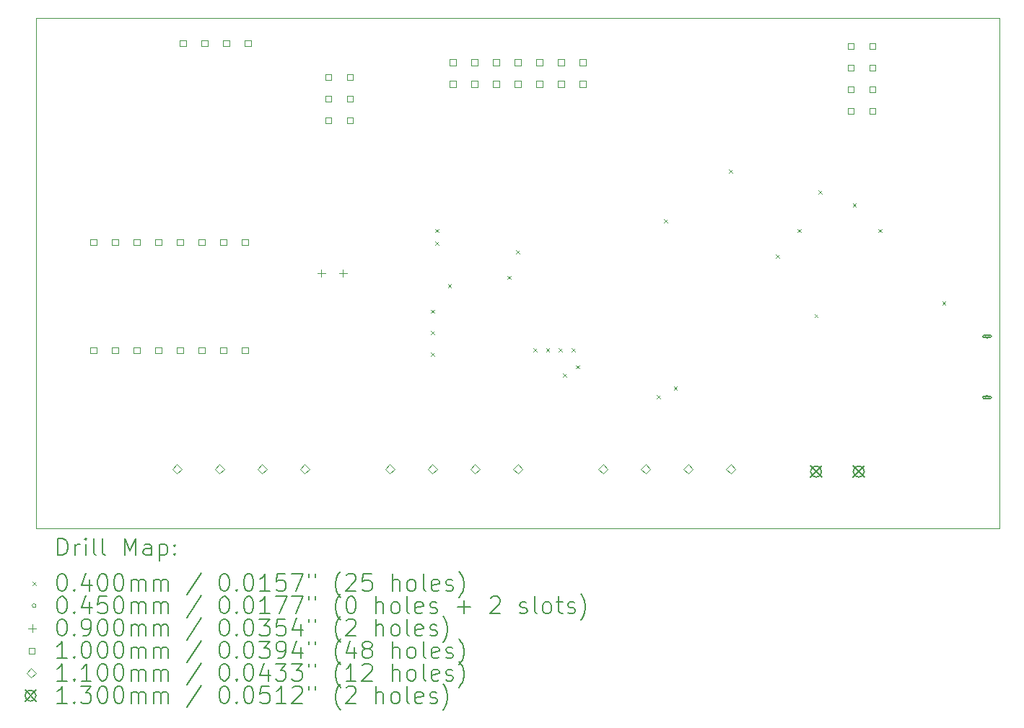
<source format=gbr>
%FSLAX45Y45*%
G04 Gerber Fmt 4.5, Leading zero omitted, Abs format (unit mm)*
G04 Created by KiCad (PCBNEW (6.0.0)) date 2022-07-19 14:30:06*
%MOMM*%
%LPD*%
G01*
G04 APERTURE LIST*
%TA.AperFunction,Profile*%
%ADD10C,0.050000*%
%TD*%
%ADD11C,0.200000*%
%ADD12C,0.040000*%
%ADD13C,0.045000*%
%ADD14C,0.090000*%
%ADD15C,0.100000*%
%ADD16C,0.110000*%
%ADD17C,0.130000*%
G04 APERTURE END LIST*
D10*
X3900000Y-6000000D02*
X3900000Y-12000000D01*
X15200000Y-6000000D02*
X3900000Y-6000000D01*
X15200000Y-6000000D02*
X15200000Y-12000000D01*
X3900000Y-12000000D02*
X15200000Y-12000000D01*
D11*
D12*
X8530000Y-9430000D02*
X8570000Y-9470000D01*
X8570000Y-9430000D02*
X8530000Y-9470000D01*
X8530000Y-9680000D02*
X8570000Y-9720000D01*
X8570000Y-9680000D02*
X8530000Y-9720000D01*
X8530000Y-9930000D02*
X8570000Y-9970000D01*
X8570000Y-9930000D02*
X8530000Y-9970000D01*
X8580000Y-8480000D02*
X8620000Y-8520000D01*
X8620000Y-8480000D02*
X8580000Y-8520000D01*
X8580000Y-8630000D02*
X8620000Y-8670000D01*
X8620000Y-8630000D02*
X8580000Y-8670000D01*
X8730000Y-9130000D02*
X8770000Y-9170000D01*
X8770000Y-9130000D02*
X8730000Y-9170000D01*
X9430000Y-9030000D02*
X9470000Y-9070000D01*
X9470000Y-9030000D02*
X9430000Y-9070000D01*
X9530000Y-8730000D02*
X9570000Y-8770000D01*
X9570000Y-8730000D02*
X9530000Y-8770000D01*
X9730000Y-9880000D02*
X9770000Y-9920000D01*
X9770000Y-9880000D02*
X9730000Y-9920000D01*
X9880000Y-9880000D02*
X9920000Y-9920000D01*
X9920000Y-9880000D02*
X9880000Y-9920000D01*
X10030000Y-9880000D02*
X10070000Y-9920000D01*
X10070000Y-9880000D02*
X10030000Y-9920000D01*
X10080000Y-10180000D02*
X10120000Y-10220000D01*
X10120000Y-10180000D02*
X10080000Y-10220000D01*
X10180000Y-9880000D02*
X10220000Y-9920000D01*
X10220000Y-9880000D02*
X10180000Y-9920000D01*
X10230000Y-10080000D02*
X10270000Y-10120000D01*
X10270000Y-10080000D02*
X10230000Y-10120000D01*
X11180000Y-10430000D02*
X11220000Y-10470000D01*
X11220000Y-10430000D02*
X11180000Y-10470000D01*
X11265000Y-8365000D02*
X11305000Y-8405000D01*
X11305000Y-8365000D02*
X11265000Y-8405000D01*
X11380000Y-10330000D02*
X11420000Y-10370000D01*
X11420000Y-10330000D02*
X11380000Y-10370000D01*
X12030000Y-7780000D02*
X12070000Y-7820000D01*
X12070000Y-7780000D02*
X12030000Y-7820000D01*
X12580000Y-8780000D02*
X12620000Y-8820000D01*
X12620000Y-8780000D02*
X12580000Y-8820000D01*
X12830000Y-8480000D02*
X12870000Y-8520000D01*
X12870000Y-8480000D02*
X12830000Y-8520000D01*
X13030000Y-9480000D02*
X13070000Y-9520000D01*
X13070000Y-9480000D02*
X13030000Y-9520000D01*
X13080000Y-8030000D02*
X13120000Y-8070000D01*
X13120000Y-8030000D02*
X13080000Y-8070000D01*
X13480000Y-8180000D02*
X13520000Y-8220000D01*
X13520000Y-8180000D02*
X13480000Y-8220000D01*
X13780000Y-8480000D02*
X13820000Y-8520000D01*
X13820000Y-8480000D02*
X13780000Y-8520000D01*
X14530000Y-9330000D02*
X14570000Y-9370000D01*
X14570000Y-9330000D02*
X14530000Y-9370000D01*
D13*
X15077500Y-9742500D02*
G75*
G03*
X15077500Y-9742500I-22500J0D01*
G01*
D11*
X15015000Y-9755000D02*
X15095000Y-9755000D01*
X15015000Y-9730000D02*
X15095000Y-9730000D01*
X15095000Y-9755000D02*
G75*
G03*
X15095000Y-9730000I0J12500D01*
G01*
X15015000Y-9730000D02*
G75*
G03*
X15015000Y-9755000I0J-12500D01*
G01*
D13*
X15077500Y-10457500D02*
G75*
G03*
X15077500Y-10457500I-22500J0D01*
G01*
D11*
X15095000Y-10445000D02*
X15015000Y-10445000D01*
X15095000Y-10470000D02*
X15015000Y-10470000D01*
X15015000Y-10445000D02*
G75*
G03*
X15015000Y-10470000I0J-12500D01*
G01*
X15095000Y-10470000D02*
G75*
G03*
X15095000Y-10445000I0J12500D01*
G01*
D14*
X7246000Y-8955000D02*
X7246000Y-9045000D01*
X7201000Y-9000000D02*
X7291000Y-9000000D01*
X7500000Y-8955000D02*
X7500000Y-9045000D01*
X7455000Y-9000000D02*
X7545000Y-9000000D01*
D15*
X4607356Y-8671356D02*
X4607356Y-8600644D01*
X4536644Y-8600644D01*
X4536644Y-8671356D01*
X4607356Y-8671356D01*
X4607356Y-9941356D02*
X4607356Y-9870644D01*
X4536644Y-9870644D01*
X4536644Y-9941356D01*
X4607356Y-9941356D01*
X4861356Y-8671356D02*
X4861356Y-8600644D01*
X4790644Y-8600644D01*
X4790644Y-8671356D01*
X4861356Y-8671356D01*
X4861356Y-9941356D02*
X4861356Y-9870644D01*
X4790644Y-9870644D01*
X4790644Y-9941356D01*
X4861356Y-9941356D01*
X5115356Y-8671356D02*
X5115356Y-8600644D01*
X5044644Y-8600644D01*
X5044644Y-8671356D01*
X5115356Y-8671356D01*
X5115356Y-9941356D02*
X5115356Y-9870644D01*
X5044644Y-9870644D01*
X5044644Y-9941356D01*
X5115356Y-9941356D01*
X5369356Y-8671356D02*
X5369356Y-8600644D01*
X5298644Y-8600644D01*
X5298644Y-8671356D01*
X5369356Y-8671356D01*
X5369356Y-9941356D02*
X5369356Y-9870644D01*
X5298644Y-9870644D01*
X5298644Y-9941356D01*
X5369356Y-9941356D01*
X5623356Y-8671356D02*
X5623356Y-8600644D01*
X5552644Y-8600644D01*
X5552644Y-8671356D01*
X5623356Y-8671356D01*
X5623356Y-9941356D02*
X5623356Y-9870644D01*
X5552644Y-9870644D01*
X5552644Y-9941356D01*
X5623356Y-9941356D01*
X5655356Y-6335356D02*
X5655356Y-6264644D01*
X5584644Y-6264644D01*
X5584644Y-6335356D01*
X5655356Y-6335356D01*
X5877356Y-8671356D02*
X5877356Y-8600644D01*
X5806644Y-8600644D01*
X5806644Y-8671356D01*
X5877356Y-8671356D01*
X5877356Y-9941356D02*
X5877356Y-9870644D01*
X5806644Y-9870644D01*
X5806644Y-9941356D01*
X5877356Y-9941356D01*
X5909356Y-6335356D02*
X5909356Y-6264644D01*
X5838644Y-6264644D01*
X5838644Y-6335356D01*
X5909356Y-6335356D01*
X6131356Y-8671356D02*
X6131356Y-8600644D01*
X6060644Y-8600644D01*
X6060644Y-8671356D01*
X6131356Y-8671356D01*
X6131356Y-9941356D02*
X6131356Y-9870644D01*
X6060644Y-9870644D01*
X6060644Y-9941356D01*
X6131356Y-9941356D01*
X6163356Y-6335356D02*
X6163356Y-6264644D01*
X6092644Y-6264644D01*
X6092644Y-6335356D01*
X6163356Y-6335356D01*
X6385356Y-8671356D02*
X6385356Y-8600644D01*
X6314644Y-8600644D01*
X6314644Y-8671356D01*
X6385356Y-8671356D01*
X6385356Y-9941356D02*
X6385356Y-9870644D01*
X6314644Y-9870644D01*
X6314644Y-9941356D01*
X6385356Y-9941356D01*
X6417356Y-6335356D02*
X6417356Y-6264644D01*
X6346644Y-6264644D01*
X6346644Y-6335356D01*
X6417356Y-6335356D01*
X7360106Y-6730856D02*
X7360106Y-6660144D01*
X7289394Y-6660144D01*
X7289394Y-6730856D01*
X7360106Y-6730856D01*
X7360106Y-6984856D02*
X7360106Y-6914144D01*
X7289394Y-6914144D01*
X7289394Y-6984856D01*
X7360106Y-6984856D01*
X7360106Y-7238856D02*
X7360106Y-7168144D01*
X7289394Y-7168144D01*
X7289394Y-7238856D01*
X7360106Y-7238856D01*
X7614106Y-6730856D02*
X7614106Y-6660144D01*
X7543394Y-6660144D01*
X7543394Y-6730856D01*
X7614106Y-6730856D01*
X7614106Y-6984856D02*
X7614106Y-6914144D01*
X7543394Y-6914144D01*
X7543394Y-6984856D01*
X7614106Y-6984856D01*
X7614106Y-7238856D02*
X7614106Y-7168144D01*
X7543394Y-7168144D01*
X7543394Y-7238856D01*
X7614106Y-7238856D01*
X8823356Y-6560106D02*
X8823356Y-6489394D01*
X8752644Y-6489394D01*
X8752644Y-6560106D01*
X8823356Y-6560106D01*
X8823356Y-6814106D02*
X8823356Y-6743394D01*
X8752644Y-6743394D01*
X8752644Y-6814106D01*
X8823356Y-6814106D01*
X9077356Y-6560106D02*
X9077356Y-6489394D01*
X9006644Y-6489394D01*
X9006644Y-6560106D01*
X9077356Y-6560106D01*
X9077356Y-6814106D02*
X9077356Y-6743394D01*
X9006644Y-6743394D01*
X9006644Y-6814106D01*
X9077356Y-6814106D01*
X9331356Y-6560106D02*
X9331356Y-6489394D01*
X9260644Y-6489394D01*
X9260644Y-6560106D01*
X9331356Y-6560106D01*
X9331356Y-6814106D02*
X9331356Y-6743394D01*
X9260644Y-6743394D01*
X9260644Y-6814106D01*
X9331356Y-6814106D01*
X9585356Y-6560106D02*
X9585356Y-6489394D01*
X9514644Y-6489394D01*
X9514644Y-6560106D01*
X9585356Y-6560106D01*
X9585356Y-6814106D02*
X9585356Y-6743394D01*
X9514644Y-6743394D01*
X9514644Y-6814106D01*
X9585356Y-6814106D01*
X9839356Y-6560106D02*
X9839356Y-6489394D01*
X9768644Y-6489394D01*
X9768644Y-6560106D01*
X9839356Y-6560106D01*
X9839356Y-6814106D02*
X9839356Y-6743394D01*
X9768644Y-6743394D01*
X9768644Y-6814106D01*
X9839356Y-6814106D01*
X10093356Y-6560106D02*
X10093356Y-6489394D01*
X10022644Y-6489394D01*
X10022644Y-6560106D01*
X10093356Y-6560106D01*
X10093356Y-6814106D02*
X10093356Y-6743394D01*
X10022644Y-6743394D01*
X10022644Y-6814106D01*
X10093356Y-6814106D01*
X10347356Y-6560106D02*
X10347356Y-6489394D01*
X10276644Y-6489394D01*
X10276644Y-6560106D01*
X10347356Y-6560106D01*
X10347356Y-6814106D02*
X10347356Y-6743394D01*
X10276644Y-6743394D01*
X10276644Y-6814106D01*
X10347356Y-6814106D01*
X13491856Y-6368356D02*
X13491856Y-6297644D01*
X13421144Y-6297644D01*
X13421144Y-6368356D01*
X13491856Y-6368356D01*
X13491856Y-6622356D02*
X13491856Y-6551644D01*
X13421144Y-6551644D01*
X13421144Y-6622356D01*
X13491856Y-6622356D01*
X13491856Y-6876356D02*
X13491856Y-6805644D01*
X13421144Y-6805644D01*
X13421144Y-6876356D01*
X13491856Y-6876356D01*
X13491856Y-7130356D02*
X13491856Y-7059644D01*
X13421144Y-7059644D01*
X13421144Y-7130356D01*
X13491856Y-7130356D01*
X13745856Y-6368356D02*
X13745856Y-6297644D01*
X13675144Y-6297644D01*
X13675144Y-6368356D01*
X13745856Y-6368356D01*
X13745856Y-6622356D02*
X13745856Y-6551644D01*
X13675144Y-6551644D01*
X13675144Y-6622356D01*
X13745856Y-6622356D01*
X13745856Y-6876356D02*
X13745856Y-6805644D01*
X13675144Y-6805644D01*
X13675144Y-6876356D01*
X13745856Y-6876356D01*
X13745856Y-7130356D02*
X13745856Y-7059644D01*
X13675144Y-7059644D01*
X13675144Y-7130356D01*
X13745856Y-7130356D01*
D16*
X5550000Y-11355000D02*
X5605000Y-11300000D01*
X5550000Y-11245000D01*
X5495000Y-11300000D01*
X5550000Y-11355000D01*
X6050000Y-11355000D02*
X6105000Y-11300000D01*
X6050000Y-11245000D01*
X5995000Y-11300000D01*
X6050000Y-11355000D01*
X6550000Y-11355000D02*
X6605000Y-11300000D01*
X6550000Y-11245000D01*
X6495000Y-11300000D01*
X6550000Y-11355000D01*
X7050000Y-11355000D02*
X7105000Y-11300000D01*
X7050000Y-11245000D01*
X6995000Y-11300000D01*
X7050000Y-11355000D01*
X8050000Y-11355000D02*
X8105000Y-11300000D01*
X8050000Y-11245000D01*
X7995000Y-11300000D01*
X8050000Y-11355000D01*
X8550000Y-11355000D02*
X8605000Y-11300000D01*
X8550000Y-11245000D01*
X8495000Y-11300000D01*
X8550000Y-11355000D01*
X9050000Y-11355000D02*
X9105000Y-11300000D01*
X9050000Y-11245000D01*
X8995000Y-11300000D01*
X9050000Y-11355000D01*
X9550000Y-11355000D02*
X9605000Y-11300000D01*
X9550000Y-11245000D01*
X9495000Y-11300000D01*
X9550000Y-11355000D01*
X10550000Y-11355000D02*
X10605000Y-11300000D01*
X10550000Y-11245000D01*
X10495000Y-11300000D01*
X10550000Y-11355000D01*
X11050000Y-11355000D02*
X11105000Y-11300000D01*
X11050000Y-11245000D01*
X10995000Y-11300000D01*
X11050000Y-11355000D01*
X11550000Y-11355000D02*
X11605000Y-11300000D01*
X11550000Y-11245000D01*
X11495000Y-11300000D01*
X11550000Y-11355000D01*
X12050000Y-11355000D02*
X12105000Y-11300000D01*
X12050000Y-11245000D01*
X11995000Y-11300000D01*
X12050000Y-11355000D01*
D17*
X12985000Y-11265000D02*
X13115000Y-11395000D01*
X13115000Y-11265000D02*
X12985000Y-11395000D01*
X13115000Y-11330000D02*
G75*
G03*
X13115000Y-11330000I-65000J0D01*
G01*
X13485000Y-11265000D02*
X13615000Y-11395000D01*
X13615000Y-11265000D02*
X13485000Y-11395000D01*
X13615000Y-11330000D02*
G75*
G03*
X13615000Y-11330000I-65000J0D01*
G01*
D11*
X4155119Y-12312976D02*
X4155119Y-12112976D01*
X4202738Y-12112976D01*
X4231310Y-12122500D01*
X4250357Y-12141548D01*
X4259881Y-12160595D01*
X4269405Y-12198690D01*
X4269405Y-12227262D01*
X4259881Y-12265357D01*
X4250357Y-12284405D01*
X4231310Y-12303452D01*
X4202738Y-12312976D01*
X4155119Y-12312976D01*
X4355119Y-12312976D02*
X4355119Y-12179643D01*
X4355119Y-12217738D02*
X4364643Y-12198690D01*
X4374167Y-12189167D01*
X4393214Y-12179643D01*
X4412262Y-12179643D01*
X4478929Y-12312976D02*
X4478929Y-12179643D01*
X4478929Y-12112976D02*
X4469405Y-12122500D01*
X4478929Y-12132024D01*
X4488452Y-12122500D01*
X4478929Y-12112976D01*
X4478929Y-12132024D01*
X4602738Y-12312976D02*
X4583690Y-12303452D01*
X4574167Y-12284405D01*
X4574167Y-12112976D01*
X4707500Y-12312976D02*
X4688452Y-12303452D01*
X4678929Y-12284405D01*
X4678929Y-12112976D01*
X4936071Y-12312976D02*
X4936071Y-12112976D01*
X5002738Y-12255833D01*
X5069405Y-12112976D01*
X5069405Y-12312976D01*
X5250357Y-12312976D02*
X5250357Y-12208214D01*
X5240833Y-12189167D01*
X5221786Y-12179643D01*
X5183690Y-12179643D01*
X5164643Y-12189167D01*
X5250357Y-12303452D02*
X5231310Y-12312976D01*
X5183690Y-12312976D01*
X5164643Y-12303452D01*
X5155119Y-12284405D01*
X5155119Y-12265357D01*
X5164643Y-12246309D01*
X5183690Y-12236786D01*
X5231310Y-12236786D01*
X5250357Y-12227262D01*
X5345595Y-12179643D02*
X5345595Y-12379643D01*
X5345595Y-12189167D02*
X5364643Y-12179643D01*
X5402738Y-12179643D01*
X5421786Y-12189167D01*
X5431310Y-12198690D01*
X5440833Y-12217738D01*
X5440833Y-12274881D01*
X5431310Y-12293928D01*
X5421786Y-12303452D01*
X5402738Y-12312976D01*
X5364643Y-12312976D01*
X5345595Y-12303452D01*
X5526548Y-12293928D02*
X5536071Y-12303452D01*
X5526548Y-12312976D01*
X5517024Y-12303452D01*
X5526548Y-12293928D01*
X5526548Y-12312976D01*
X5526548Y-12189167D02*
X5536071Y-12198690D01*
X5526548Y-12208214D01*
X5517024Y-12198690D01*
X5526548Y-12189167D01*
X5526548Y-12208214D01*
D12*
X3857500Y-12622500D02*
X3897500Y-12662500D01*
X3897500Y-12622500D02*
X3857500Y-12662500D01*
D11*
X4193214Y-12532976D02*
X4212262Y-12532976D01*
X4231310Y-12542500D01*
X4240833Y-12552024D01*
X4250357Y-12571071D01*
X4259881Y-12609167D01*
X4259881Y-12656786D01*
X4250357Y-12694881D01*
X4240833Y-12713928D01*
X4231310Y-12723452D01*
X4212262Y-12732976D01*
X4193214Y-12732976D01*
X4174167Y-12723452D01*
X4164643Y-12713928D01*
X4155119Y-12694881D01*
X4145595Y-12656786D01*
X4145595Y-12609167D01*
X4155119Y-12571071D01*
X4164643Y-12552024D01*
X4174167Y-12542500D01*
X4193214Y-12532976D01*
X4345595Y-12713928D02*
X4355119Y-12723452D01*
X4345595Y-12732976D01*
X4336071Y-12723452D01*
X4345595Y-12713928D01*
X4345595Y-12732976D01*
X4526548Y-12599643D02*
X4526548Y-12732976D01*
X4478929Y-12523452D02*
X4431310Y-12666309D01*
X4555119Y-12666309D01*
X4669405Y-12532976D02*
X4688452Y-12532976D01*
X4707500Y-12542500D01*
X4717024Y-12552024D01*
X4726548Y-12571071D01*
X4736071Y-12609167D01*
X4736071Y-12656786D01*
X4726548Y-12694881D01*
X4717024Y-12713928D01*
X4707500Y-12723452D01*
X4688452Y-12732976D01*
X4669405Y-12732976D01*
X4650357Y-12723452D01*
X4640833Y-12713928D01*
X4631310Y-12694881D01*
X4621786Y-12656786D01*
X4621786Y-12609167D01*
X4631310Y-12571071D01*
X4640833Y-12552024D01*
X4650357Y-12542500D01*
X4669405Y-12532976D01*
X4859881Y-12532976D02*
X4878929Y-12532976D01*
X4897976Y-12542500D01*
X4907500Y-12552024D01*
X4917024Y-12571071D01*
X4926548Y-12609167D01*
X4926548Y-12656786D01*
X4917024Y-12694881D01*
X4907500Y-12713928D01*
X4897976Y-12723452D01*
X4878929Y-12732976D01*
X4859881Y-12732976D01*
X4840833Y-12723452D01*
X4831310Y-12713928D01*
X4821786Y-12694881D01*
X4812262Y-12656786D01*
X4812262Y-12609167D01*
X4821786Y-12571071D01*
X4831310Y-12552024D01*
X4840833Y-12542500D01*
X4859881Y-12532976D01*
X5012262Y-12732976D02*
X5012262Y-12599643D01*
X5012262Y-12618690D02*
X5021786Y-12609167D01*
X5040833Y-12599643D01*
X5069405Y-12599643D01*
X5088452Y-12609167D01*
X5097976Y-12628214D01*
X5097976Y-12732976D01*
X5097976Y-12628214D02*
X5107500Y-12609167D01*
X5126548Y-12599643D01*
X5155119Y-12599643D01*
X5174167Y-12609167D01*
X5183690Y-12628214D01*
X5183690Y-12732976D01*
X5278929Y-12732976D02*
X5278929Y-12599643D01*
X5278929Y-12618690D02*
X5288452Y-12609167D01*
X5307500Y-12599643D01*
X5336071Y-12599643D01*
X5355119Y-12609167D01*
X5364643Y-12628214D01*
X5364643Y-12732976D01*
X5364643Y-12628214D02*
X5374167Y-12609167D01*
X5393214Y-12599643D01*
X5421786Y-12599643D01*
X5440833Y-12609167D01*
X5450357Y-12628214D01*
X5450357Y-12732976D01*
X5840833Y-12523452D02*
X5669405Y-12780595D01*
X6097976Y-12532976D02*
X6117024Y-12532976D01*
X6136071Y-12542500D01*
X6145595Y-12552024D01*
X6155119Y-12571071D01*
X6164643Y-12609167D01*
X6164643Y-12656786D01*
X6155119Y-12694881D01*
X6145595Y-12713928D01*
X6136071Y-12723452D01*
X6117024Y-12732976D01*
X6097976Y-12732976D01*
X6078928Y-12723452D01*
X6069405Y-12713928D01*
X6059881Y-12694881D01*
X6050357Y-12656786D01*
X6050357Y-12609167D01*
X6059881Y-12571071D01*
X6069405Y-12552024D01*
X6078928Y-12542500D01*
X6097976Y-12532976D01*
X6250357Y-12713928D02*
X6259881Y-12723452D01*
X6250357Y-12732976D01*
X6240833Y-12723452D01*
X6250357Y-12713928D01*
X6250357Y-12732976D01*
X6383690Y-12532976D02*
X6402738Y-12532976D01*
X6421786Y-12542500D01*
X6431309Y-12552024D01*
X6440833Y-12571071D01*
X6450357Y-12609167D01*
X6450357Y-12656786D01*
X6440833Y-12694881D01*
X6431309Y-12713928D01*
X6421786Y-12723452D01*
X6402738Y-12732976D01*
X6383690Y-12732976D01*
X6364643Y-12723452D01*
X6355119Y-12713928D01*
X6345595Y-12694881D01*
X6336071Y-12656786D01*
X6336071Y-12609167D01*
X6345595Y-12571071D01*
X6355119Y-12552024D01*
X6364643Y-12542500D01*
X6383690Y-12532976D01*
X6640833Y-12732976D02*
X6526548Y-12732976D01*
X6583690Y-12732976D02*
X6583690Y-12532976D01*
X6564643Y-12561548D01*
X6545595Y-12580595D01*
X6526548Y-12590119D01*
X6821786Y-12532976D02*
X6726548Y-12532976D01*
X6717024Y-12628214D01*
X6726548Y-12618690D01*
X6745595Y-12609167D01*
X6793214Y-12609167D01*
X6812262Y-12618690D01*
X6821786Y-12628214D01*
X6831309Y-12647262D01*
X6831309Y-12694881D01*
X6821786Y-12713928D01*
X6812262Y-12723452D01*
X6793214Y-12732976D01*
X6745595Y-12732976D01*
X6726548Y-12723452D01*
X6717024Y-12713928D01*
X6897976Y-12532976D02*
X7031309Y-12532976D01*
X6945595Y-12732976D01*
X7097976Y-12532976D02*
X7097976Y-12571071D01*
X7174167Y-12532976D02*
X7174167Y-12571071D01*
X7469405Y-12809167D02*
X7459881Y-12799643D01*
X7440833Y-12771071D01*
X7431309Y-12752024D01*
X7421786Y-12723452D01*
X7412262Y-12675833D01*
X7412262Y-12637738D01*
X7421786Y-12590119D01*
X7431309Y-12561548D01*
X7440833Y-12542500D01*
X7459881Y-12513928D01*
X7469405Y-12504405D01*
X7536071Y-12552024D02*
X7545595Y-12542500D01*
X7564643Y-12532976D01*
X7612262Y-12532976D01*
X7631309Y-12542500D01*
X7640833Y-12552024D01*
X7650357Y-12571071D01*
X7650357Y-12590119D01*
X7640833Y-12618690D01*
X7526548Y-12732976D01*
X7650357Y-12732976D01*
X7831309Y-12532976D02*
X7736071Y-12532976D01*
X7726548Y-12628214D01*
X7736071Y-12618690D01*
X7755119Y-12609167D01*
X7802738Y-12609167D01*
X7821786Y-12618690D01*
X7831309Y-12628214D01*
X7840833Y-12647262D01*
X7840833Y-12694881D01*
X7831309Y-12713928D01*
X7821786Y-12723452D01*
X7802738Y-12732976D01*
X7755119Y-12732976D01*
X7736071Y-12723452D01*
X7726548Y-12713928D01*
X8078928Y-12732976D02*
X8078928Y-12532976D01*
X8164643Y-12732976D02*
X8164643Y-12628214D01*
X8155119Y-12609167D01*
X8136071Y-12599643D01*
X8107500Y-12599643D01*
X8088452Y-12609167D01*
X8078928Y-12618690D01*
X8288452Y-12732976D02*
X8269405Y-12723452D01*
X8259881Y-12713928D01*
X8250357Y-12694881D01*
X8250357Y-12637738D01*
X8259881Y-12618690D01*
X8269405Y-12609167D01*
X8288452Y-12599643D01*
X8317024Y-12599643D01*
X8336071Y-12609167D01*
X8345595Y-12618690D01*
X8355119Y-12637738D01*
X8355119Y-12694881D01*
X8345595Y-12713928D01*
X8336071Y-12723452D01*
X8317024Y-12732976D01*
X8288452Y-12732976D01*
X8469405Y-12732976D02*
X8450357Y-12723452D01*
X8440833Y-12704405D01*
X8440833Y-12532976D01*
X8621786Y-12723452D02*
X8602738Y-12732976D01*
X8564643Y-12732976D01*
X8545595Y-12723452D01*
X8536071Y-12704405D01*
X8536071Y-12628214D01*
X8545595Y-12609167D01*
X8564643Y-12599643D01*
X8602738Y-12599643D01*
X8621786Y-12609167D01*
X8631310Y-12628214D01*
X8631310Y-12647262D01*
X8536071Y-12666309D01*
X8707500Y-12723452D02*
X8726548Y-12732976D01*
X8764643Y-12732976D01*
X8783690Y-12723452D01*
X8793214Y-12704405D01*
X8793214Y-12694881D01*
X8783690Y-12675833D01*
X8764643Y-12666309D01*
X8736071Y-12666309D01*
X8717024Y-12656786D01*
X8707500Y-12637738D01*
X8707500Y-12628214D01*
X8717024Y-12609167D01*
X8736071Y-12599643D01*
X8764643Y-12599643D01*
X8783690Y-12609167D01*
X8859881Y-12809167D02*
X8869405Y-12799643D01*
X8888452Y-12771071D01*
X8897976Y-12752024D01*
X8907500Y-12723452D01*
X8917024Y-12675833D01*
X8917024Y-12637738D01*
X8907500Y-12590119D01*
X8897976Y-12561548D01*
X8888452Y-12542500D01*
X8869405Y-12513928D01*
X8859881Y-12504405D01*
D13*
X3897500Y-12906500D02*
G75*
G03*
X3897500Y-12906500I-22500J0D01*
G01*
D11*
X4193214Y-12796976D02*
X4212262Y-12796976D01*
X4231310Y-12806500D01*
X4240833Y-12816024D01*
X4250357Y-12835071D01*
X4259881Y-12873167D01*
X4259881Y-12920786D01*
X4250357Y-12958881D01*
X4240833Y-12977928D01*
X4231310Y-12987452D01*
X4212262Y-12996976D01*
X4193214Y-12996976D01*
X4174167Y-12987452D01*
X4164643Y-12977928D01*
X4155119Y-12958881D01*
X4145595Y-12920786D01*
X4145595Y-12873167D01*
X4155119Y-12835071D01*
X4164643Y-12816024D01*
X4174167Y-12806500D01*
X4193214Y-12796976D01*
X4345595Y-12977928D02*
X4355119Y-12987452D01*
X4345595Y-12996976D01*
X4336071Y-12987452D01*
X4345595Y-12977928D01*
X4345595Y-12996976D01*
X4526548Y-12863643D02*
X4526548Y-12996976D01*
X4478929Y-12787452D02*
X4431310Y-12930309D01*
X4555119Y-12930309D01*
X4726548Y-12796976D02*
X4631310Y-12796976D01*
X4621786Y-12892214D01*
X4631310Y-12882690D01*
X4650357Y-12873167D01*
X4697976Y-12873167D01*
X4717024Y-12882690D01*
X4726548Y-12892214D01*
X4736071Y-12911262D01*
X4736071Y-12958881D01*
X4726548Y-12977928D01*
X4717024Y-12987452D01*
X4697976Y-12996976D01*
X4650357Y-12996976D01*
X4631310Y-12987452D01*
X4621786Y-12977928D01*
X4859881Y-12796976D02*
X4878929Y-12796976D01*
X4897976Y-12806500D01*
X4907500Y-12816024D01*
X4917024Y-12835071D01*
X4926548Y-12873167D01*
X4926548Y-12920786D01*
X4917024Y-12958881D01*
X4907500Y-12977928D01*
X4897976Y-12987452D01*
X4878929Y-12996976D01*
X4859881Y-12996976D01*
X4840833Y-12987452D01*
X4831310Y-12977928D01*
X4821786Y-12958881D01*
X4812262Y-12920786D01*
X4812262Y-12873167D01*
X4821786Y-12835071D01*
X4831310Y-12816024D01*
X4840833Y-12806500D01*
X4859881Y-12796976D01*
X5012262Y-12996976D02*
X5012262Y-12863643D01*
X5012262Y-12882690D02*
X5021786Y-12873167D01*
X5040833Y-12863643D01*
X5069405Y-12863643D01*
X5088452Y-12873167D01*
X5097976Y-12892214D01*
X5097976Y-12996976D01*
X5097976Y-12892214D02*
X5107500Y-12873167D01*
X5126548Y-12863643D01*
X5155119Y-12863643D01*
X5174167Y-12873167D01*
X5183690Y-12892214D01*
X5183690Y-12996976D01*
X5278929Y-12996976D02*
X5278929Y-12863643D01*
X5278929Y-12882690D02*
X5288452Y-12873167D01*
X5307500Y-12863643D01*
X5336071Y-12863643D01*
X5355119Y-12873167D01*
X5364643Y-12892214D01*
X5364643Y-12996976D01*
X5364643Y-12892214D02*
X5374167Y-12873167D01*
X5393214Y-12863643D01*
X5421786Y-12863643D01*
X5440833Y-12873167D01*
X5450357Y-12892214D01*
X5450357Y-12996976D01*
X5840833Y-12787452D02*
X5669405Y-13044595D01*
X6097976Y-12796976D02*
X6117024Y-12796976D01*
X6136071Y-12806500D01*
X6145595Y-12816024D01*
X6155119Y-12835071D01*
X6164643Y-12873167D01*
X6164643Y-12920786D01*
X6155119Y-12958881D01*
X6145595Y-12977928D01*
X6136071Y-12987452D01*
X6117024Y-12996976D01*
X6097976Y-12996976D01*
X6078928Y-12987452D01*
X6069405Y-12977928D01*
X6059881Y-12958881D01*
X6050357Y-12920786D01*
X6050357Y-12873167D01*
X6059881Y-12835071D01*
X6069405Y-12816024D01*
X6078928Y-12806500D01*
X6097976Y-12796976D01*
X6250357Y-12977928D02*
X6259881Y-12987452D01*
X6250357Y-12996976D01*
X6240833Y-12987452D01*
X6250357Y-12977928D01*
X6250357Y-12996976D01*
X6383690Y-12796976D02*
X6402738Y-12796976D01*
X6421786Y-12806500D01*
X6431309Y-12816024D01*
X6440833Y-12835071D01*
X6450357Y-12873167D01*
X6450357Y-12920786D01*
X6440833Y-12958881D01*
X6431309Y-12977928D01*
X6421786Y-12987452D01*
X6402738Y-12996976D01*
X6383690Y-12996976D01*
X6364643Y-12987452D01*
X6355119Y-12977928D01*
X6345595Y-12958881D01*
X6336071Y-12920786D01*
X6336071Y-12873167D01*
X6345595Y-12835071D01*
X6355119Y-12816024D01*
X6364643Y-12806500D01*
X6383690Y-12796976D01*
X6640833Y-12996976D02*
X6526548Y-12996976D01*
X6583690Y-12996976D02*
X6583690Y-12796976D01*
X6564643Y-12825548D01*
X6545595Y-12844595D01*
X6526548Y-12854119D01*
X6707500Y-12796976D02*
X6840833Y-12796976D01*
X6755119Y-12996976D01*
X6897976Y-12796976D02*
X7031309Y-12796976D01*
X6945595Y-12996976D01*
X7097976Y-12796976D02*
X7097976Y-12835071D01*
X7174167Y-12796976D02*
X7174167Y-12835071D01*
X7469405Y-13073167D02*
X7459881Y-13063643D01*
X7440833Y-13035071D01*
X7431309Y-13016024D01*
X7421786Y-12987452D01*
X7412262Y-12939833D01*
X7412262Y-12901738D01*
X7421786Y-12854119D01*
X7431309Y-12825548D01*
X7440833Y-12806500D01*
X7459881Y-12777928D01*
X7469405Y-12768405D01*
X7583690Y-12796976D02*
X7602738Y-12796976D01*
X7621786Y-12806500D01*
X7631309Y-12816024D01*
X7640833Y-12835071D01*
X7650357Y-12873167D01*
X7650357Y-12920786D01*
X7640833Y-12958881D01*
X7631309Y-12977928D01*
X7621786Y-12987452D01*
X7602738Y-12996976D01*
X7583690Y-12996976D01*
X7564643Y-12987452D01*
X7555119Y-12977928D01*
X7545595Y-12958881D01*
X7536071Y-12920786D01*
X7536071Y-12873167D01*
X7545595Y-12835071D01*
X7555119Y-12816024D01*
X7564643Y-12806500D01*
X7583690Y-12796976D01*
X7888452Y-12996976D02*
X7888452Y-12796976D01*
X7974167Y-12996976D02*
X7974167Y-12892214D01*
X7964643Y-12873167D01*
X7945595Y-12863643D01*
X7917024Y-12863643D01*
X7897976Y-12873167D01*
X7888452Y-12882690D01*
X8097976Y-12996976D02*
X8078928Y-12987452D01*
X8069405Y-12977928D01*
X8059881Y-12958881D01*
X8059881Y-12901738D01*
X8069405Y-12882690D01*
X8078928Y-12873167D01*
X8097976Y-12863643D01*
X8126548Y-12863643D01*
X8145595Y-12873167D01*
X8155119Y-12882690D01*
X8164643Y-12901738D01*
X8164643Y-12958881D01*
X8155119Y-12977928D01*
X8145595Y-12987452D01*
X8126548Y-12996976D01*
X8097976Y-12996976D01*
X8278928Y-12996976D02*
X8259881Y-12987452D01*
X8250357Y-12968405D01*
X8250357Y-12796976D01*
X8431310Y-12987452D02*
X8412262Y-12996976D01*
X8374167Y-12996976D01*
X8355119Y-12987452D01*
X8345595Y-12968405D01*
X8345595Y-12892214D01*
X8355119Y-12873167D01*
X8374167Y-12863643D01*
X8412262Y-12863643D01*
X8431310Y-12873167D01*
X8440833Y-12892214D01*
X8440833Y-12911262D01*
X8345595Y-12930309D01*
X8517024Y-12987452D02*
X8536071Y-12996976D01*
X8574167Y-12996976D01*
X8593214Y-12987452D01*
X8602738Y-12968405D01*
X8602738Y-12958881D01*
X8593214Y-12939833D01*
X8574167Y-12930309D01*
X8545595Y-12930309D01*
X8526548Y-12920786D01*
X8517024Y-12901738D01*
X8517024Y-12892214D01*
X8526548Y-12873167D01*
X8545595Y-12863643D01*
X8574167Y-12863643D01*
X8593214Y-12873167D01*
X8840833Y-12920786D02*
X8993214Y-12920786D01*
X8917024Y-12996976D02*
X8917024Y-12844595D01*
X9231310Y-12816024D02*
X9240833Y-12806500D01*
X9259881Y-12796976D01*
X9307500Y-12796976D01*
X9326548Y-12806500D01*
X9336071Y-12816024D01*
X9345595Y-12835071D01*
X9345595Y-12854119D01*
X9336071Y-12882690D01*
X9221786Y-12996976D01*
X9345595Y-12996976D01*
X9574167Y-12987452D02*
X9593214Y-12996976D01*
X9631310Y-12996976D01*
X9650357Y-12987452D01*
X9659881Y-12968405D01*
X9659881Y-12958881D01*
X9650357Y-12939833D01*
X9631310Y-12930309D01*
X9602738Y-12930309D01*
X9583690Y-12920786D01*
X9574167Y-12901738D01*
X9574167Y-12892214D01*
X9583690Y-12873167D01*
X9602738Y-12863643D01*
X9631310Y-12863643D01*
X9650357Y-12873167D01*
X9774167Y-12996976D02*
X9755119Y-12987452D01*
X9745595Y-12968405D01*
X9745595Y-12796976D01*
X9878929Y-12996976D02*
X9859881Y-12987452D01*
X9850357Y-12977928D01*
X9840833Y-12958881D01*
X9840833Y-12901738D01*
X9850357Y-12882690D01*
X9859881Y-12873167D01*
X9878929Y-12863643D01*
X9907500Y-12863643D01*
X9926548Y-12873167D01*
X9936071Y-12882690D01*
X9945595Y-12901738D01*
X9945595Y-12958881D01*
X9936071Y-12977928D01*
X9926548Y-12987452D01*
X9907500Y-12996976D01*
X9878929Y-12996976D01*
X10002738Y-12863643D02*
X10078929Y-12863643D01*
X10031310Y-12796976D02*
X10031310Y-12968405D01*
X10040833Y-12987452D01*
X10059881Y-12996976D01*
X10078929Y-12996976D01*
X10136071Y-12987452D02*
X10155119Y-12996976D01*
X10193214Y-12996976D01*
X10212262Y-12987452D01*
X10221786Y-12968405D01*
X10221786Y-12958881D01*
X10212262Y-12939833D01*
X10193214Y-12930309D01*
X10164643Y-12930309D01*
X10145595Y-12920786D01*
X10136071Y-12901738D01*
X10136071Y-12892214D01*
X10145595Y-12873167D01*
X10164643Y-12863643D01*
X10193214Y-12863643D01*
X10212262Y-12873167D01*
X10288452Y-13073167D02*
X10297976Y-13063643D01*
X10317024Y-13035071D01*
X10326548Y-13016024D01*
X10336071Y-12987452D01*
X10345595Y-12939833D01*
X10345595Y-12901738D01*
X10336071Y-12854119D01*
X10326548Y-12825548D01*
X10317024Y-12806500D01*
X10297976Y-12777928D01*
X10288452Y-12768405D01*
D14*
X3852500Y-13125500D02*
X3852500Y-13215500D01*
X3807500Y-13170500D02*
X3897500Y-13170500D01*
D11*
X4193214Y-13060976D02*
X4212262Y-13060976D01*
X4231310Y-13070500D01*
X4240833Y-13080024D01*
X4250357Y-13099071D01*
X4259881Y-13137167D01*
X4259881Y-13184786D01*
X4250357Y-13222881D01*
X4240833Y-13241928D01*
X4231310Y-13251452D01*
X4212262Y-13260976D01*
X4193214Y-13260976D01*
X4174167Y-13251452D01*
X4164643Y-13241928D01*
X4155119Y-13222881D01*
X4145595Y-13184786D01*
X4145595Y-13137167D01*
X4155119Y-13099071D01*
X4164643Y-13080024D01*
X4174167Y-13070500D01*
X4193214Y-13060976D01*
X4345595Y-13241928D02*
X4355119Y-13251452D01*
X4345595Y-13260976D01*
X4336071Y-13251452D01*
X4345595Y-13241928D01*
X4345595Y-13260976D01*
X4450357Y-13260976D02*
X4488452Y-13260976D01*
X4507500Y-13251452D01*
X4517024Y-13241928D01*
X4536071Y-13213357D01*
X4545595Y-13175262D01*
X4545595Y-13099071D01*
X4536071Y-13080024D01*
X4526548Y-13070500D01*
X4507500Y-13060976D01*
X4469405Y-13060976D01*
X4450357Y-13070500D01*
X4440833Y-13080024D01*
X4431310Y-13099071D01*
X4431310Y-13146690D01*
X4440833Y-13165738D01*
X4450357Y-13175262D01*
X4469405Y-13184786D01*
X4507500Y-13184786D01*
X4526548Y-13175262D01*
X4536071Y-13165738D01*
X4545595Y-13146690D01*
X4669405Y-13060976D02*
X4688452Y-13060976D01*
X4707500Y-13070500D01*
X4717024Y-13080024D01*
X4726548Y-13099071D01*
X4736071Y-13137167D01*
X4736071Y-13184786D01*
X4726548Y-13222881D01*
X4717024Y-13241928D01*
X4707500Y-13251452D01*
X4688452Y-13260976D01*
X4669405Y-13260976D01*
X4650357Y-13251452D01*
X4640833Y-13241928D01*
X4631310Y-13222881D01*
X4621786Y-13184786D01*
X4621786Y-13137167D01*
X4631310Y-13099071D01*
X4640833Y-13080024D01*
X4650357Y-13070500D01*
X4669405Y-13060976D01*
X4859881Y-13060976D02*
X4878929Y-13060976D01*
X4897976Y-13070500D01*
X4907500Y-13080024D01*
X4917024Y-13099071D01*
X4926548Y-13137167D01*
X4926548Y-13184786D01*
X4917024Y-13222881D01*
X4907500Y-13241928D01*
X4897976Y-13251452D01*
X4878929Y-13260976D01*
X4859881Y-13260976D01*
X4840833Y-13251452D01*
X4831310Y-13241928D01*
X4821786Y-13222881D01*
X4812262Y-13184786D01*
X4812262Y-13137167D01*
X4821786Y-13099071D01*
X4831310Y-13080024D01*
X4840833Y-13070500D01*
X4859881Y-13060976D01*
X5012262Y-13260976D02*
X5012262Y-13127643D01*
X5012262Y-13146690D02*
X5021786Y-13137167D01*
X5040833Y-13127643D01*
X5069405Y-13127643D01*
X5088452Y-13137167D01*
X5097976Y-13156214D01*
X5097976Y-13260976D01*
X5097976Y-13156214D02*
X5107500Y-13137167D01*
X5126548Y-13127643D01*
X5155119Y-13127643D01*
X5174167Y-13137167D01*
X5183690Y-13156214D01*
X5183690Y-13260976D01*
X5278929Y-13260976D02*
X5278929Y-13127643D01*
X5278929Y-13146690D02*
X5288452Y-13137167D01*
X5307500Y-13127643D01*
X5336071Y-13127643D01*
X5355119Y-13137167D01*
X5364643Y-13156214D01*
X5364643Y-13260976D01*
X5364643Y-13156214D02*
X5374167Y-13137167D01*
X5393214Y-13127643D01*
X5421786Y-13127643D01*
X5440833Y-13137167D01*
X5450357Y-13156214D01*
X5450357Y-13260976D01*
X5840833Y-13051452D02*
X5669405Y-13308595D01*
X6097976Y-13060976D02*
X6117024Y-13060976D01*
X6136071Y-13070500D01*
X6145595Y-13080024D01*
X6155119Y-13099071D01*
X6164643Y-13137167D01*
X6164643Y-13184786D01*
X6155119Y-13222881D01*
X6145595Y-13241928D01*
X6136071Y-13251452D01*
X6117024Y-13260976D01*
X6097976Y-13260976D01*
X6078928Y-13251452D01*
X6069405Y-13241928D01*
X6059881Y-13222881D01*
X6050357Y-13184786D01*
X6050357Y-13137167D01*
X6059881Y-13099071D01*
X6069405Y-13080024D01*
X6078928Y-13070500D01*
X6097976Y-13060976D01*
X6250357Y-13241928D02*
X6259881Y-13251452D01*
X6250357Y-13260976D01*
X6240833Y-13251452D01*
X6250357Y-13241928D01*
X6250357Y-13260976D01*
X6383690Y-13060976D02*
X6402738Y-13060976D01*
X6421786Y-13070500D01*
X6431309Y-13080024D01*
X6440833Y-13099071D01*
X6450357Y-13137167D01*
X6450357Y-13184786D01*
X6440833Y-13222881D01*
X6431309Y-13241928D01*
X6421786Y-13251452D01*
X6402738Y-13260976D01*
X6383690Y-13260976D01*
X6364643Y-13251452D01*
X6355119Y-13241928D01*
X6345595Y-13222881D01*
X6336071Y-13184786D01*
X6336071Y-13137167D01*
X6345595Y-13099071D01*
X6355119Y-13080024D01*
X6364643Y-13070500D01*
X6383690Y-13060976D01*
X6517024Y-13060976D02*
X6640833Y-13060976D01*
X6574167Y-13137167D01*
X6602738Y-13137167D01*
X6621786Y-13146690D01*
X6631309Y-13156214D01*
X6640833Y-13175262D01*
X6640833Y-13222881D01*
X6631309Y-13241928D01*
X6621786Y-13251452D01*
X6602738Y-13260976D01*
X6545595Y-13260976D01*
X6526548Y-13251452D01*
X6517024Y-13241928D01*
X6821786Y-13060976D02*
X6726548Y-13060976D01*
X6717024Y-13156214D01*
X6726548Y-13146690D01*
X6745595Y-13137167D01*
X6793214Y-13137167D01*
X6812262Y-13146690D01*
X6821786Y-13156214D01*
X6831309Y-13175262D01*
X6831309Y-13222881D01*
X6821786Y-13241928D01*
X6812262Y-13251452D01*
X6793214Y-13260976D01*
X6745595Y-13260976D01*
X6726548Y-13251452D01*
X6717024Y-13241928D01*
X7002738Y-13127643D02*
X7002738Y-13260976D01*
X6955119Y-13051452D02*
X6907500Y-13194309D01*
X7031309Y-13194309D01*
X7097976Y-13060976D02*
X7097976Y-13099071D01*
X7174167Y-13060976D02*
X7174167Y-13099071D01*
X7469405Y-13337167D02*
X7459881Y-13327643D01*
X7440833Y-13299071D01*
X7431309Y-13280024D01*
X7421786Y-13251452D01*
X7412262Y-13203833D01*
X7412262Y-13165738D01*
X7421786Y-13118119D01*
X7431309Y-13089548D01*
X7440833Y-13070500D01*
X7459881Y-13041928D01*
X7469405Y-13032405D01*
X7536071Y-13080024D02*
X7545595Y-13070500D01*
X7564643Y-13060976D01*
X7612262Y-13060976D01*
X7631309Y-13070500D01*
X7640833Y-13080024D01*
X7650357Y-13099071D01*
X7650357Y-13118119D01*
X7640833Y-13146690D01*
X7526548Y-13260976D01*
X7650357Y-13260976D01*
X7888452Y-13260976D02*
X7888452Y-13060976D01*
X7974167Y-13260976D02*
X7974167Y-13156214D01*
X7964643Y-13137167D01*
X7945595Y-13127643D01*
X7917024Y-13127643D01*
X7897976Y-13137167D01*
X7888452Y-13146690D01*
X8097976Y-13260976D02*
X8078928Y-13251452D01*
X8069405Y-13241928D01*
X8059881Y-13222881D01*
X8059881Y-13165738D01*
X8069405Y-13146690D01*
X8078928Y-13137167D01*
X8097976Y-13127643D01*
X8126548Y-13127643D01*
X8145595Y-13137167D01*
X8155119Y-13146690D01*
X8164643Y-13165738D01*
X8164643Y-13222881D01*
X8155119Y-13241928D01*
X8145595Y-13251452D01*
X8126548Y-13260976D01*
X8097976Y-13260976D01*
X8278928Y-13260976D02*
X8259881Y-13251452D01*
X8250357Y-13232405D01*
X8250357Y-13060976D01*
X8431310Y-13251452D02*
X8412262Y-13260976D01*
X8374167Y-13260976D01*
X8355119Y-13251452D01*
X8345595Y-13232405D01*
X8345595Y-13156214D01*
X8355119Y-13137167D01*
X8374167Y-13127643D01*
X8412262Y-13127643D01*
X8431310Y-13137167D01*
X8440833Y-13156214D01*
X8440833Y-13175262D01*
X8345595Y-13194309D01*
X8517024Y-13251452D02*
X8536071Y-13260976D01*
X8574167Y-13260976D01*
X8593214Y-13251452D01*
X8602738Y-13232405D01*
X8602738Y-13222881D01*
X8593214Y-13203833D01*
X8574167Y-13194309D01*
X8545595Y-13194309D01*
X8526548Y-13184786D01*
X8517024Y-13165738D01*
X8517024Y-13156214D01*
X8526548Y-13137167D01*
X8545595Y-13127643D01*
X8574167Y-13127643D01*
X8593214Y-13137167D01*
X8669405Y-13337167D02*
X8678929Y-13327643D01*
X8697976Y-13299071D01*
X8707500Y-13280024D01*
X8717024Y-13251452D01*
X8726548Y-13203833D01*
X8726548Y-13165738D01*
X8717024Y-13118119D01*
X8707500Y-13089548D01*
X8697976Y-13070500D01*
X8678929Y-13041928D01*
X8669405Y-13032405D01*
D15*
X3882856Y-13469856D02*
X3882856Y-13399144D01*
X3812144Y-13399144D01*
X3812144Y-13469856D01*
X3882856Y-13469856D01*
D11*
X4259881Y-13524976D02*
X4145595Y-13524976D01*
X4202738Y-13524976D02*
X4202738Y-13324976D01*
X4183690Y-13353548D01*
X4164643Y-13372595D01*
X4145595Y-13382119D01*
X4345595Y-13505928D02*
X4355119Y-13515452D01*
X4345595Y-13524976D01*
X4336071Y-13515452D01*
X4345595Y-13505928D01*
X4345595Y-13524976D01*
X4478929Y-13324976D02*
X4497976Y-13324976D01*
X4517024Y-13334500D01*
X4526548Y-13344024D01*
X4536071Y-13363071D01*
X4545595Y-13401167D01*
X4545595Y-13448786D01*
X4536071Y-13486881D01*
X4526548Y-13505928D01*
X4517024Y-13515452D01*
X4497976Y-13524976D01*
X4478929Y-13524976D01*
X4459881Y-13515452D01*
X4450357Y-13505928D01*
X4440833Y-13486881D01*
X4431310Y-13448786D01*
X4431310Y-13401167D01*
X4440833Y-13363071D01*
X4450357Y-13344024D01*
X4459881Y-13334500D01*
X4478929Y-13324976D01*
X4669405Y-13324976D02*
X4688452Y-13324976D01*
X4707500Y-13334500D01*
X4717024Y-13344024D01*
X4726548Y-13363071D01*
X4736071Y-13401167D01*
X4736071Y-13448786D01*
X4726548Y-13486881D01*
X4717024Y-13505928D01*
X4707500Y-13515452D01*
X4688452Y-13524976D01*
X4669405Y-13524976D01*
X4650357Y-13515452D01*
X4640833Y-13505928D01*
X4631310Y-13486881D01*
X4621786Y-13448786D01*
X4621786Y-13401167D01*
X4631310Y-13363071D01*
X4640833Y-13344024D01*
X4650357Y-13334500D01*
X4669405Y-13324976D01*
X4859881Y-13324976D02*
X4878929Y-13324976D01*
X4897976Y-13334500D01*
X4907500Y-13344024D01*
X4917024Y-13363071D01*
X4926548Y-13401167D01*
X4926548Y-13448786D01*
X4917024Y-13486881D01*
X4907500Y-13505928D01*
X4897976Y-13515452D01*
X4878929Y-13524976D01*
X4859881Y-13524976D01*
X4840833Y-13515452D01*
X4831310Y-13505928D01*
X4821786Y-13486881D01*
X4812262Y-13448786D01*
X4812262Y-13401167D01*
X4821786Y-13363071D01*
X4831310Y-13344024D01*
X4840833Y-13334500D01*
X4859881Y-13324976D01*
X5012262Y-13524976D02*
X5012262Y-13391643D01*
X5012262Y-13410690D02*
X5021786Y-13401167D01*
X5040833Y-13391643D01*
X5069405Y-13391643D01*
X5088452Y-13401167D01*
X5097976Y-13420214D01*
X5097976Y-13524976D01*
X5097976Y-13420214D02*
X5107500Y-13401167D01*
X5126548Y-13391643D01*
X5155119Y-13391643D01*
X5174167Y-13401167D01*
X5183690Y-13420214D01*
X5183690Y-13524976D01*
X5278929Y-13524976D02*
X5278929Y-13391643D01*
X5278929Y-13410690D02*
X5288452Y-13401167D01*
X5307500Y-13391643D01*
X5336071Y-13391643D01*
X5355119Y-13401167D01*
X5364643Y-13420214D01*
X5364643Y-13524976D01*
X5364643Y-13420214D02*
X5374167Y-13401167D01*
X5393214Y-13391643D01*
X5421786Y-13391643D01*
X5440833Y-13401167D01*
X5450357Y-13420214D01*
X5450357Y-13524976D01*
X5840833Y-13315452D02*
X5669405Y-13572595D01*
X6097976Y-13324976D02*
X6117024Y-13324976D01*
X6136071Y-13334500D01*
X6145595Y-13344024D01*
X6155119Y-13363071D01*
X6164643Y-13401167D01*
X6164643Y-13448786D01*
X6155119Y-13486881D01*
X6145595Y-13505928D01*
X6136071Y-13515452D01*
X6117024Y-13524976D01*
X6097976Y-13524976D01*
X6078928Y-13515452D01*
X6069405Y-13505928D01*
X6059881Y-13486881D01*
X6050357Y-13448786D01*
X6050357Y-13401167D01*
X6059881Y-13363071D01*
X6069405Y-13344024D01*
X6078928Y-13334500D01*
X6097976Y-13324976D01*
X6250357Y-13505928D02*
X6259881Y-13515452D01*
X6250357Y-13524976D01*
X6240833Y-13515452D01*
X6250357Y-13505928D01*
X6250357Y-13524976D01*
X6383690Y-13324976D02*
X6402738Y-13324976D01*
X6421786Y-13334500D01*
X6431309Y-13344024D01*
X6440833Y-13363071D01*
X6450357Y-13401167D01*
X6450357Y-13448786D01*
X6440833Y-13486881D01*
X6431309Y-13505928D01*
X6421786Y-13515452D01*
X6402738Y-13524976D01*
X6383690Y-13524976D01*
X6364643Y-13515452D01*
X6355119Y-13505928D01*
X6345595Y-13486881D01*
X6336071Y-13448786D01*
X6336071Y-13401167D01*
X6345595Y-13363071D01*
X6355119Y-13344024D01*
X6364643Y-13334500D01*
X6383690Y-13324976D01*
X6517024Y-13324976D02*
X6640833Y-13324976D01*
X6574167Y-13401167D01*
X6602738Y-13401167D01*
X6621786Y-13410690D01*
X6631309Y-13420214D01*
X6640833Y-13439262D01*
X6640833Y-13486881D01*
X6631309Y-13505928D01*
X6621786Y-13515452D01*
X6602738Y-13524976D01*
X6545595Y-13524976D01*
X6526548Y-13515452D01*
X6517024Y-13505928D01*
X6736071Y-13524976D02*
X6774167Y-13524976D01*
X6793214Y-13515452D01*
X6802738Y-13505928D01*
X6821786Y-13477357D01*
X6831309Y-13439262D01*
X6831309Y-13363071D01*
X6821786Y-13344024D01*
X6812262Y-13334500D01*
X6793214Y-13324976D01*
X6755119Y-13324976D01*
X6736071Y-13334500D01*
X6726548Y-13344024D01*
X6717024Y-13363071D01*
X6717024Y-13410690D01*
X6726548Y-13429738D01*
X6736071Y-13439262D01*
X6755119Y-13448786D01*
X6793214Y-13448786D01*
X6812262Y-13439262D01*
X6821786Y-13429738D01*
X6831309Y-13410690D01*
X7002738Y-13391643D02*
X7002738Y-13524976D01*
X6955119Y-13315452D02*
X6907500Y-13458309D01*
X7031309Y-13458309D01*
X7097976Y-13324976D02*
X7097976Y-13363071D01*
X7174167Y-13324976D02*
X7174167Y-13363071D01*
X7469405Y-13601167D02*
X7459881Y-13591643D01*
X7440833Y-13563071D01*
X7431309Y-13544024D01*
X7421786Y-13515452D01*
X7412262Y-13467833D01*
X7412262Y-13429738D01*
X7421786Y-13382119D01*
X7431309Y-13353548D01*
X7440833Y-13334500D01*
X7459881Y-13305928D01*
X7469405Y-13296405D01*
X7631309Y-13391643D02*
X7631309Y-13524976D01*
X7583690Y-13315452D02*
X7536071Y-13458309D01*
X7659881Y-13458309D01*
X7764643Y-13410690D02*
X7745595Y-13401167D01*
X7736071Y-13391643D01*
X7726548Y-13372595D01*
X7726548Y-13363071D01*
X7736071Y-13344024D01*
X7745595Y-13334500D01*
X7764643Y-13324976D01*
X7802738Y-13324976D01*
X7821786Y-13334500D01*
X7831309Y-13344024D01*
X7840833Y-13363071D01*
X7840833Y-13372595D01*
X7831309Y-13391643D01*
X7821786Y-13401167D01*
X7802738Y-13410690D01*
X7764643Y-13410690D01*
X7745595Y-13420214D01*
X7736071Y-13429738D01*
X7726548Y-13448786D01*
X7726548Y-13486881D01*
X7736071Y-13505928D01*
X7745595Y-13515452D01*
X7764643Y-13524976D01*
X7802738Y-13524976D01*
X7821786Y-13515452D01*
X7831309Y-13505928D01*
X7840833Y-13486881D01*
X7840833Y-13448786D01*
X7831309Y-13429738D01*
X7821786Y-13420214D01*
X7802738Y-13410690D01*
X8078928Y-13524976D02*
X8078928Y-13324976D01*
X8164643Y-13524976D02*
X8164643Y-13420214D01*
X8155119Y-13401167D01*
X8136071Y-13391643D01*
X8107500Y-13391643D01*
X8088452Y-13401167D01*
X8078928Y-13410690D01*
X8288452Y-13524976D02*
X8269405Y-13515452D01*
X8259881Y-13505928D01*
X8250357Y-13486881D01*
X8250357Y-13429738D01*
X8259881Y-13410690D01*
X8269405Y-13401167D01*
X8288452Y-13391643D01*
X8317024Y-13391643D01*
X8336071Y-13401167D01*
X8345595Y-13410690D01*
X8355119Y-13429738D01*
X8355119Y-13486881D01*
X8345595Y-13505928D01*
X8336071Y-13515452D01*
X8317024Y-13524976D01*
X8288452Y-13524976D01*
X8469405Y-13524976D02*
X8450357Y-13515452D01*
X8440833Y-13496405D01*
X8440833Y-13324976D01*
X8621786Y-13515452D02*
X8602738Y-13524976D01*
X8564643Y-13524976D01*
X8545595Y-13515452D01*
X8536071Y-13496405D01*
X8536071Y-13420214D01*
X8545595Y-13401167D01*
X8564643Y-13391643D01*
X8602738Y-13391643D01*
X8621786Y-13401167D01*
X8631310Y-13420214D01*
X8631310Y-13439262D01*
X8536071Y-13458309D01*
X8707500Y-13515452D02*
X8726548Y-13524976D01*
X8764643Y-13524976D01*
X8783690Y-13515452D01*
X8793214Y-13496405D01*
X8793214Y-13486881D01*
X8783690Y-13467833D01*
X8764643Y-13458309D01*
X8736071Y-13458309D01*
X8717024Y-13448786D01*
X8707500Y-13429738D01*
X8707500Y-13420214D01*
X8717024Y-13401167D01*
X8736071Y-13391643D01*
X8764643Y-13391643D01*
X8783690Y-13401167D01*
X8859881Y-13601167D02*
X8869405Y-13591643D01*
X8888452Y-13563071D01*
X8897976Y-13544024D01*
X8907500Y-13515452D01*
X8917024Y-13467833D01*
X8917024Y-13429738D01*
X8907500Y-13382119D01*
X8897976Y-13353548D01*
X8888452Y-13334500D01*
X8869405Y-13305928D01*
X8859881Y-13296405D01*
D16*
X3842500Y-13753500D02*
X3897500Y-13698500D01*
X3842500Y-13643500D01*
X3787500Y-13698500D01*
X3842500Y-13753500D01*
D11*
X4259881Y-13788976D02*
X4145595Y-13788976D01*
X4202738Y-13788976D02*
X4202738Y-13588976D01*
X4183690Y-13617548D01*
X4164643Y-13636595D01*
X4145595Y-13646119D01*
X4345595Y-13769928D02*
X4355119Y-13779452D01*
X4345595Y-13788976D01*
X4336071Y-13779452D01*
X4345595Y-13769928D01*
X4345595Y-13788976D01*
X4545595Y-13788976D02*
X4431310Y-13788976D01*
X4488452Y-13788976D02*
X4488452Y-13588976D01*
X4469405Y-13617548D01*
X4450357Y-13636595D01*
X4431310Y-13646119D01*
X4669405Y-13588976D02*
X4688452Y-13588976D01*
X4707500Y-13598500D01*
X4717024Y-13608024D01*
X4726548Y-13627071D01*
X4736071Y-13665167D01*
X4736071Y-13712786D01*
X4726548Y-13750881D01*
X4717024Y-13769928D01*
X4707500Y-13779452D01*
X4688452Y-13788976D01*
X4669405Y-13788976D01*
X4650357Y-13779452D01*
X4640833Y-13769928D01*
X4631310Y-13750881D01*
X4621786Y-13712786D01*
X4621786Y-13665167D01*
X4631310Y-13627071D01*
X4640833Y-13608024D01*
X4650357Y-13598500D01*
X4669405Y-13588976D01*
X4859881Y-13588976D02*
X4878929Y-13588976D01*
X4897976Y-13598500D01*
X4907500Y-13608024D01*
X4917024Y-13627071D01*
X4926548Y-13665167D01*
X4926548Y-13712786D01*
X4917024Y-13750881D01*
X4907500Y-13769928D01*
X4897976Y-13779452D01*
X4878929Y-13788976D01*
X4859881Y-13788976D01*
X4840833Y-13779452D01*
X4831310Y-13769928D01*
X4821786Y-13750881D01*
X4812262Y-13712786D01*
X4812262Y-13665167D01*
X4821786Y-13627071D01*
X4831310Y-13608024D01*
X4840833Y-13598500D01*
X4859881Y-13588976D01*
X5012262Y-13788976D02*
X5012262Y-13655643D01*
X5012262Y-13674690D02*
X5021786Y-13665167D01*
X5040833Y-13655643D01*
X5069405Y-13655643D01*
X5088452Y-13665167D01*
X5097976Y-13684214D01*
X5097976Y-13788976D01*
X5097976Y-13684214D02*
X5107500Y-13665167D01*
X5126548Y-13655643D01*
X5155119Y-13655643D01*
X5174167Y-13665167D01*
X5183690Y-13684214D01*
X5183690Y-13788976D01*
X5278929Y-13788976D02*
X5278929Y-13655643D01*
X5278929Y-13674690D02*
X5288452Y-13665167D01*
X5307500Y-13655643D01*
X5336071Y-13655643D01*
X5355119Y-13665167D01*
X5364643Y-13684214D01*
X5364643Y-13788976D01*
X5364643Y-13684214D02*
X5374167Y-13665167D01*
X5393214Y-13655643D01*
X5421786Y-13655643D01*
X5440833Y-13665167D01*
X5450357Y-13684214D01*
X5450357Y-13788976D01*
X5840833Y-13579452D02*
X5669405Y-13836595D01*
X6097976Y-13588976D02*
X6117024Y-13588976D01*
X6136071Y-13598500D01*
X6145595Y-13608024D01*
X6155119Y-13627071D01*
X6164643Y-13665167D01*
X6164643Y-13712786D01*
X6155119Y-13750881D01*
X6145595Y-13769928D01*
X6136071Y-13779452D01*
X6117024Y-13788976D01*
X6097976Y-13788976D01*
X6078928Y-13779452D01*
X6069405Y-13769928D01*
X6059881Y-13750881D01*
X6050357Y-13712786D01*
X6050357Y-13665167D01*
X6059881Y-13627071D01*
X6069405Y-13608024D01*
X6078928Y-13598500D01*
X6097976Y-13588976D01*
X6250357Y-13769928D02*
X6259881Y-13779452D01*
X6250357Y-13788976D01*
X6240833Y-13779452D01*
X6250357Y-13769928D01*
X6250357Y-13788976D01*
X6383690Y-13588976D02*
X6402738Y-13588976D01*
X6421786Y-13598500D01*
X6431309Y-13608024D01*
X6440833Y-13627071D01*
X6450357Y-13665167D01*
X6450357Y-13712786D01*
X6440833Y-13750881D01*
X6431309Y-13769928D01*
X6421786Y-13779452D01*
X6402738Y-13788976D01*
X6383690Y-13788976D01*
X6364643Y-13779452D01*
X6355119Y-13769928D01*
X6345595Y-13750881D01*
X6336071Y-13712786D01*
X6336071Y-13665167D01*
X6345595Y-13627071D01*
X6355119Y-13608024D01*
X6364643Y-13598500D01*
X6383690Y-13588976D01*
X6621786Y-13655643D02*
X6621786Y-13788976D01*
X6574167Y-13579452D02*
X6526548Y-13722309D01*
X6650357Y-13722309D01*
X6707500Y-13588976D02*
X6831309Y-13588976D01*
X6764643Y-13665167D01*
X6793214Y-13665167D01*
X6812262Y-13674690D01*
X6821786Y-13684214D01*
X6831309Y-13703262D01*
X6831309Y-13750881D01*
X6821786Y-13769928D01*
X6812262Y-13779452D01*
X6793214Y-13788976D01*
X6736071Y-13788976D01*
X6717024Y-13779452D01*
X6707500Y-13769928D01*
X6897976Y-13588976D02*
X7021786Y-13588976D01*
X6955119Y-13665167D01*
X6983690Y-13665167D01*
X7002738Y-13674690D01*
X7012262Y-13684214D01*
X7021786Y-13703262D01*
X7021786Y-13750881D01*
X7012262Y-13769928D01*
X7002738Y-13779452D01*
X6983690Y-13788976D01*
X6926548Y-13788976D01*
X6907500Y-13779452D01*
X6897976Y-13769928D01*
X7097976Y-13588976D02*
X7097976Y-13627071D01*
X7174167Y-13588976D02*
X7174167Y-13627071D01*
X7469405Y-13865167D02*
X7459881Y-13855643D01*
X7440833Y-13827071D01*
X7431309Y-13808024D01*
X7421786Y-13779452D01*
X7412262Y-13731833D01*
X7412262Y-13693738D01*
X7421786Y-13646119D01*
X7431309Y-13617548D01*
X7440833Y-13598500D01*
X7459881Y-13569928D01*
X7469405Y-13560405D01*
X7650357Y-13788976D02*
X7536071Y-13788976D01*
X7593214Y-13788976D02*
X7593214Y-13588976D01*
X7574167Y-13617548D01*
X7555119Y-13636595D01*
X7536071Y-13646119D01*
X7726548Y-13608024D02*
X7736071Y-13598500D01*
X7755119Y-13588976D01*
X7802738Y-13588976D01*
X7821786Y-13598500D01*
X7831309Y-13608024D01*
X7840833Y-13627071D01*
X7840833Y-13646119D01*
X7831309Y-13674690D01*
X7717024Y-13788976D01*
X7840833Y-13788976D01*
X8078928Y-13788976D02*
X8078928Y-13588976D01*
X8164643Y-13788976D02*
X8164643Y-13684214D01*
X8155119Y-13665167D01*
X8136071Y-13655643D01*
X8107500Y-13655643D01*
X8088452Y-13665167D01*
X8078928Y-13674690D01*
X8288452Y-13788976D02*
X8269405Y-13779452D01*
X8259881Y-13769928D01*
X8250357Y-13750881D01*
X8250357Y-13693738D01*
X8259881Y-13674690D01*
X8269405Y-13665167D01*
X8288452Y-13655643D01*
X8317024Y-13655643D01*
X8336071Y-13665167D01*
X8345595Y-13674690D01*
X8355119Y-13693738D01*
X8355119Y-13750881D01*
X8345595Y-13769928D01*
X8336071Y-13779452D01*
X8317024Y-13788976D01*
X8288452Y-13788976D01*
X8469405Y-13788976D02*
X8450357Y-13779452D01*
X8440833Y-13760405D01*
X8440833Y-13588976D01*
X8621786Y-13779452D02*
X8602738Y-13788976D01*
X8564643Y-13788976D01*
X8545595Y-13779452D01*
X8536071Y-13760405D01*
X8536071Y-13684214D01*
X8545595Y-13665167D01*
X8564643Y-13655643D01*
X8602738Y-13655643D01*
X8621786Y-13665167D01*
X8631310Y-13684214D01*
X8631310Y-13703262D01*
X8536071Y-13722309D01*
X8707500Y-13779452D02*
X8726548Y-13788976D01*
X8764643Y-13788976D01*
X8783690Y-13779452D01*
X8793214Y-13760405D01*
X8793214Y-13750881D01*
X8783690Y-13731833D01*
X8764643Y-13722309D01*
X8736071Y-13722309D01*
X8717024Y-13712786D01*
X8707500Y-13693738D01*
X8707500Y-13684214D01*
X8717024Y-13665167D01*
X8736071Y-13655643D01*
X8764643Y-13655643D01*
X8783690Y-13665167D01*
X8859881Y-13865167D02*
X8869405Y-13855643D01*
X8888452Y-13827071D01*
X8897976Y-13808024D01*
X8907500Y-13779452D01*
X8917024Y-13731833D01*
X8917024Y-13693738D01*
X8907500Y-13646119D01*
X8897976Y-13617548D01*
X8888452Y-13598500D01*
X8869405Y-13569928D01*
X8859881Y-13560405D01*
D17*
X3767500Y-13897500D02*
X3897500Y-14027500D01*
X3897500Y-13897500D02*
X3767500Y-14027500D01*
X3897500Y-13962500D02*
G75*
G03*
X3897500Y-13962500I-65000J0D01*
G01*
D11*
X4259881Y-14052976D02*
X4145595Y-14052976D01*
X4202738Y-14052976D02*
X4202738Y-13852976D01*
X4183690Y-13881548D01*
X4164643Y-13900595D01*
X4145595Y-13910119D01*
X4345595Y-14033928D02*
X4355119Y-14043452D01*
X4345595Y-14052976D01*
X4336071Y-14043452D01*
X4345595Y-14033928D01*
X4345595Y-14052976D01*
X4421786Y-13852976D02*
X4545595Y-13852976D01*
X4478929Y-13929167D01*
X4507500Y-13929167D01*
X4526548Y-13938690D01*
X4536071Y-13948214D01*
X4545595Y-13967262D01*
X4545595Y-14014881D01*
X4536071Y-14033928D01*
X4526548Y-14043452D01*
X4507500Y-14052976D01*
X4450357Y-14052976D01*
X4431310Y-14043452D01*
X4421786Y-14033928D01*
X4669405Y-13852976D02*
X4688452Y-13852976D01*
X4707500Y-13862500D01*
X4717024Y-13872024D01*
X4726548Y-13891071D01*
X4736071Y-13929167D01*
X4736071Y-13976786D01*
X4726548Y-14014881D01*
X4717024Y-14033928D01*
X4707500Y-14043452D01*
X4688452Y-14052976D01*
X4669405Y-14052976D01*
X4650357Y-14043452D01*
X4640833Y-14033928D01*
X4631310Y-14014881D01*
X4621786Y-13976786D01*
X4621786Y-13929167D01*
X4631310Y-13891071D01*
X4640833Y-13872024D01*
X4650357Y-13862500D01*
X4669405Y-13852976D01*
X4859881Y-13852976D02*
X4878929Y-13852976D01*
X4897976Y-13862500D01*
X4907500Y-13872024D01*
X4917024Y-13891071D01*
X4926548Y-13929167D01*
X4926548Y-13976786D01*
X4917024Y-14014881D01*
X4907500Y-14033928D01*
X4897976Y-14043452D01*
X4878929Y-14052976D01*
X4859881Y-14052976D01*
X4840833Y-14043452D01*
X4831310Y-14033928D01*
X4821786Y-14014881D01*
X4812262Y-13976786D01*
X4812262Y-13929167D01*
X4821786Y-13891071D01*
X4831310Y-13872024D01*
X4840833Y-13862500D01*
X4859881Y-13852976D01*
X5012262Y-14052976D02*
X5012262Y-13919643D01*
X5012262Y-13938690D02*
X5021786Y-13929167D01*
X5040833Y-13919643D01*
X5069405Y-13919643D01*
X5088452Y-13929167D01*
X5097976Y-13948214D01*
X5097976Y-14052976D01*
X5097976Y-13948214D02*
X5107500Y-13929167D01*
X5126548Y-13919643D01*
X5155119Y-13919643D01*
X5174167Y-13929167D01*
X5183690Y-13948214D01*
X5183690Y-14052976D01*
X5278929Y-14052976D02*
X5278929Y-13919643D01*
X5278929Y-13938690D02*
X5288452Y-13929167D01*
X5307500Y-13919643D01*
X5336071Y-13919643D01*
X5355119Y-13929167D01*
X5364643Y-13948214D01*
X5364643Y-14052976D01*
X5364643Y-13948214D02*
X5374167Y-13929167D01*
X5393214Y-13919643D01*
X5421786Y-13919643D01*
X5440833Y-13929167D01*
X5450357Y-13948214D01*
X5450357Y-14052976D01*
X5840833Y-13843452D02*
X5669405Y-14100595D01*
X6097976Y-13852976D02*
X6117024Y-13852976D01*
X6136071Y-13862500D01*
X6145595Y-13872024D01*
X6155119Y-13891071D01*
X6164643Y-13929167D01*
X6164643Y-13976786D01*
X6155119Y-14014881D01*
X6145595Y-14033928D01*
X6136071Y-14043452D01*
X6117024Y-14052976D01*
X6097976Y-14052976D01*
X6078928Y-14043452D01*
X6069405Y-14033928D01*
X6059881Y-14014881D01*
X6050357Y-13976786D01*
X6050357Y-13929167D01*
X6059881Y-13891071D01*
X6069405Y-13872024D01*
X6078928Y-13862500D01*
X6097976Y-13852976D01*
X6250357Y-14033928D02*
X6259881Y-14043452D01*
X6250357Y-14052976D01*
X6240833Y-14043452D01*
X6250357Y-14033928D01*
X6250357Y-14052976D01*
X6383690Y-13852976D02*
X6402738Y-13852976D01*
X6421786Y-13862500D01*
X6431309Y-13872024D01*
X6440833Y-13891071D01*
X6450357Y-13929167D01*
X6450357Y-13976786D01*
X6440833Y-14014881D01*
X6431309Y-14033928D01*
X6421786Y-14043452D01*
X6402738Y-14052976D01*
X6383690Y-14052976D01*
X6364643Y-14043452D01*
X6355119Y-14033928D01*
X6345595Y-14014881D01*
X6336071Y-13976786D01*
X6336071Y-13929167D01*
X6345595Y-13891071D01*
X6355119Y-13872024D01*
X6364643Y-13862500D01*
X6383690Y-13852976D01*
X6631309Y-13852976D02*
X6536071Y-13852976D01*
X6526548Y-13948214D01*
X6536071Y-13938690D01*
X6555119Y-13929167D01*
X6602738Y-13929167D01*
X6621786Y-13938690D01*
X6631309Y-13948214D01*
X6640833Y-13967262D01*
X6640833Y-14014881D01*
X6631309Y-14033928D01*
X6621786Y-14043452D01*
X6602738Y-14052976D01*
X6555119Y-14052976D01*
X6536071Y-14043452D01*
X6526548Y-14033928D01*
X6831309Y-14052976D02*
X6717024Y-14052976D01*
X6774167Y-14052976D02*
X6774167Y-13852976D01*
X6755119Y-13881548D01*
X6736071Y-13900595D01*
X6717024Y-13910119D01*
X6907500Y-13872024D02*
X6917024Y-13862500D01*
X6936071Y-13852976D01*
X6983690Y-13852976D01*
X7002738Y-13862500D01*
X7012262Y-13872024D01*
X7021786Y-13891071D01*
X7021786Y-13910119D01*
X7012262Y-13938690D01*
X6897976Y-14052976D01*
X7021786Y-14052976D01*
X7097976Y-13852976D02*
X7097976Y-13891071D01*
X7174167Y-13852976D02*
X7174167Y-13891071D01*
X7469405Y-14129167D02*
X7459881Y-14119643D01*
X7440833Y-14091071D01*
X7431309Y-14072024D01*
X7421786Y-14043452D01*
X7412262Y-13995833D01*
X7412262Y-13957738D01*
X7421786Y-13910119D01*
X7431309Y-13881548D01*
X7440833Y-13862500D01*
X7459881Y-13833928D01*
X7469405Y-13824405D01*
X7536071Y-13872024D02*
X7545595Y-13862500D01*
X7564643Y-13852976D01*
X7612262Y-13852976D01*
X7631309Y-13862500D01*
X7640833Y-13872024D01*
X7650357Y-13891071D01*
X7650357Y-13910119D01*
X7640833Y-13938690D01*
X7526548Y-14052976D01*
X7650357Y-14052976D01*
X7888452Y-14052976D02*
X7888452Y-13852976D01*
X7974167Y-14052976D02*
X7974167Y-13948214D01*
X7964643Y-13929167D01*
X7945595Y-13919643D01*
X7917024Y-13919643D01*
X7897976Y-13929167D01*
X7888452Y-13938690D01*
X8097976Y-14052976D02*
X8078928Y-14043452D01*
X8069405Y-14033928D01*
X8059881Y-14014881D01*
X8059881Y-13957738D01*
X8069405Y-13938690D01*
X8078928Y-13929167D01*
X8097976Y-13919643D01*
X8126548Y-13919643D01*
X8145595Y-13929167D01*
X8155119Y-13938690D01*
X8164643Y-13957738D01*
X8164643Y-14014881D01*
X8155119Y-14033928D01*
X8145595Y-14043452D01*
X8126548Y-14052976D01*
X8097976Y-14052976D01*
X8278928Y-14052976D02*
X8259881Y-14043452D01*
X8250357Y-14024405D01*
X8250357Y-13852976D01*
X8431310Y-14043452D02*
X8412262Y-14052976D01*
X8374167Y-14052976D01*
X8355119Y-14043452D01*
X8345595Y-14024405D01*
X8345595Y-13948214D01*
X8355119Y-13929167D01*
X8374167Y-13919643D01*
X8412262Y-13919643D01*
X8431310Y-13929167D01*
X8440833Y-13948214D01*
X8440833Y-13967262D01*
X8345595Y-13986309D01*
X8517024Y-14043452D02*
X8536071Y-14052976D01*
X8574167Y-14052976D01*
X8593214Y-14043452D01*
X8602738Y-14024405D01*
X8602738Y-14014881D01*
X8593214Y-13995833D01*
X8574167Y-13986309D01*
X8545595Y-13986309D01*
X8526548Y-13976786D01*
X8517024Y-13957738D01*
X8517024Y-13948214D01*
X8526548Y-13929167D01*
X8545595Y-13919643D01*
X8574167Y-13919643D01*
X8593214Y-13929167D01*
X8669405Y-14129167D02*
X8678929Y-14119643D01*
X8697976Y-14091071D01*
X8707500Y-14072024D01*
X8717024Y-14043452D01*
X8726548Y-13995833D01*
X8726548Y-13957738D01*
X8717024Y-13910119D01*
X8707500Y-13881548D01*
X8697976Y-13862500D01*
X8678929Y-13833928D01*
X8669405Y-13824405D01*
M02*

</source>
